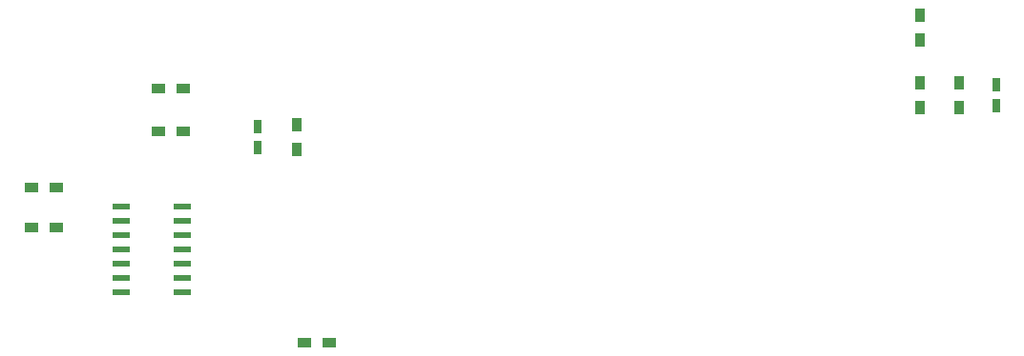
<source format=gbr>
G04 #@! TF.GenerationSoftware,KiCad,Pcbnew,5.0.2-bee76a0~70~ubuntu18.04.1*
G04 #@! TF.CreationDate,2019-06-20T22:09:52+01:00*
G04 #@! TF.ProjectId,leaf_adapter,6c656166-5f61-4646-9170-7465722e6b69,rev?*
G04 #@! TF.SameCoordinates,Original*
G04 #@! TF.FileFunction,Paste,Top*
G04 #@! TF.FilePolarity,Positive*
%FSLAX46Y46*%
G04 Gerber Fmt 4.6, Leading zero omitted, Abs format (unit mm)*
G04 Created by KiCad (PCBNEW 5.0.2-bee76a0~70~ubuntu18.04.1) date Thu 20 Jun 2019 22:09:52 BST*
%MOMM*%
%LPD*%
G01*
G04 APERTURE LIST*
%ADD10R,0.750000X1.200000*%
%ADD11R,1.500000X0.600000*%
%ADD12R,1.200000X0.900000*%
%ADD13R,0.900000X1.200000*%
G04 APERTURE END LIST*
D10*
G04 #@! TO.C,C1*
X196000000Y-63700000D03*
X196000000Y-61800000D03*
G04 #@! TD*
G04 #@! TO.C,C2*
X130500000Y-67450000D03*
X130500000Y-65550000D03*
G04 #@! TD*
D11*
G04 #@! TO.C,IC1*
X123800000Y-72690000D03*
X123800000Y-73960000D03*
X123800000Y-75230000D03*
X123800000Y-76500000D03*
X123800000Y-77770000D03*
X123800000Y-79040000D03*
X123800000Y-80310000D03*
X118400000Y-80310000D03*
X118400000Y-79040000D03*
X118400000Y-77770000D03*
X118400000Y-76500000D03*
X118400000Y-75230000D03*
X118400000Y-73960000D03*
X118400000Y-72690000D03*
G04 #@! TD*
D12*
G04 #@! TO.C,R1*
X136850000Y-84750000D03*
X134650000Y-84750000D03*
G04 #@! TD*
G04 #@! TO.C,R2*
X121650000Y-66000000D03*
X123850000Y-66000000D03*
G04 #@! TD*
D13*
G04 #@! TO.C,R3*
X189250000Y-55650000D03*
X189250000Y-57850000D03*
G04 #@! TD*
G04 #@! TO.C,R4*
X189250000Y-61650000D03*
X189250000Y-63850000D03*
G04 #@! TD*
D12*
G04 #@! TO.C,R5*
X123850000Y-62200000D03*
X121650000Y-62200000D03*
G04 #@! TD*
D13*
G04 #@! TO.C,R7*
X134000000Y-67600000D03*
X134000000Y-65400000D03*
G04 #@! TD*
G04 #@! TO.C,R8*
X192750000Y-63850000D03*
X192750000Y-61650000D03*
G04 #@! TD*
D12*
G04 #@! TO.C,R9*
X110400000Y-71000000D03*
X112600000Y-71000000D03*
G04 #@! TD*
G04 #@! TO.C,R10*
X112600000Y-74500000D03*
X110400000Y-74500000D03*
G04 #@! TD*
M02*

</source>
